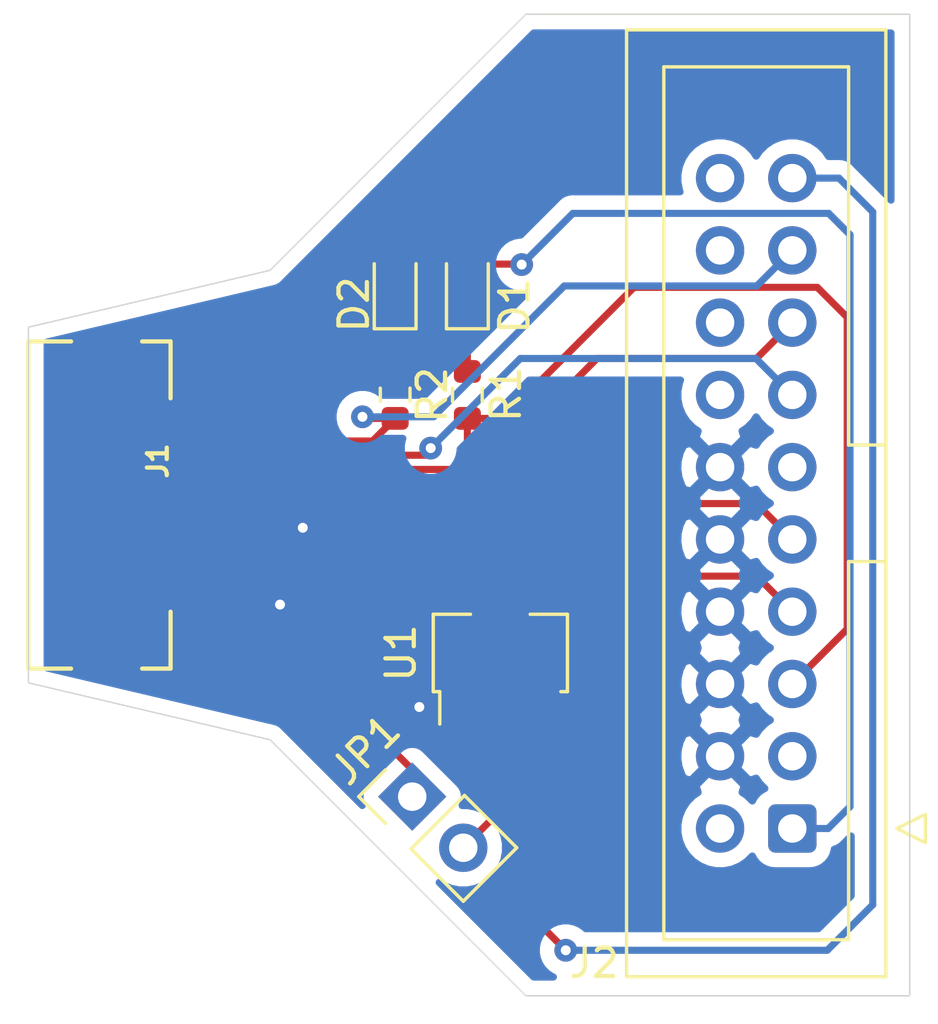
<source format=kicad_pcb>
(kicad_pcb (version 20171130) (host pcbnew "(5.1.10)-1")

  (general
    (thickness 0.2)
    (drawings 9)
    (tracks 84)
    (zones 0)
    (modules 8)
    (nets 14)
  )

  (page A4)
  (layers
    (0 F.Cu signal)
    (31 B.Cu signal)
    (32 B.Adhes user)
    (33 F.Adhes user)
    (34 B.Paste user)
    (35 F.Paste user)
    (36 B.SilkS user)
    (37 F.SilkS user)
    (38 B.Mask user)
    (39 F.Mask user)
    (40 Dwgs.User user)
    (41 Cmts.User user)
    (42 Eco1.User user)
    (43 Eco2.User user)
    (44 Edge.Cuts user)
    (45 Margin user)
    (46 B.CrtYd user hide)
    (47 F.CrtYd user hide)
    (48 B.Fab user hide)
    (49 F.Fab user hide)
  )

  (setup
    (last_trace_width 0.25)
    (user_trace_width 0.25)
    (user_trace_width 0.5)
    (trace_clearance 0.15)
    (zone_clearance 0.508)
    (zone_45_only no)
    (trace_min 0.1524)
    (via_size 0.8)
    (via_drill 0.35)
    (via_min_size 0.35)
    (via_min_drill 0.15)
    (uvia_size 0.25)
    (uvia_drill 0.1)
    (uvias_allowed no)
    (uvia_min_size 0.2)
    (uvia_min_drill 0.1)
    (edge_width 0.25)
    (segment_width 0.1)
    (pcb_text_width 0.2)
    (pcb_text_size 1 1)
    (mod_edge_width 0.15)
    (mod_text_size 0.5 0.5)
    (mod_text_width 0.1)
    (pad_size 1.524 1.524)
    (pad_drill 0.762)
    (pad_to_mask_clearance 0)
    (aux_axis_origin 0 0)
    (visible_elements 7FFFFFFF)
    (pcbplotparams
      (layerselection 0x010fc_ffffffff)
      (usegerberextensions false)
      (usegerberattributes true)
      (usegerberadvancedattributes true)
      (creategerberjobfile true)
      (excludeedgelayer true)
      (linewidth 0.100000)
      (plotframeref false)
      (viasonmask false)
      (mode 1)
      (useauxorigin false)
      (hpglpennumber 1)
      (hpglpenspeed 20)
      (hpglpendiameter 15.000000)
      (psnegative false)
      (psa4output false)
      (plotreference true)
      (plotvalue true)
      (plotinvisibletext false)
      (padsonsilk false)
      (subtractmaskfromsilk false)
      (outputformat 1)
      (mirror false)
      (drillshape 0)
      (scaleselection 1)
      (outputdirectory "Gerbers/"))
  )

  (net 0 "")
  (net 1 VDD)
  (net 2 "Net-(D1-Pad1)")
  (net 3 "Net-(D2-Pad1)")
  (net 4 TXO)
  (net 5 SWO)
  (net 6 RXI)
  (net 7 RESET)
  (net 8 GND)
  (net 9 SWDCLK)
  (net 10 SWDIO)
  (net 11 +BATT)
  (net 12 +5V)
  (net 13 +4V)

  (net_class Default "This is the default net class."
    (clearance 0.15)
    (trace_width 0.25)
    (via_dia 0.8)
    (via_drill 0.35)
    (uvia_dia 0.25)
    (uvia_drill 0.1)
    (add_net +4V)
    (add_net +5V)
    (add_net +BATT)
    (add_net GND)
    (add_net "Net-(D1-Pad1)")
    (add_net "Net-(D2-Pad1)")
    (add_net "Net-(J2-Pad11)")
    (add_net "Net-(J2-Pad14)")
    (add_net "Net-(J2-Pad16)")
    (add_net "Net-(J2-Pad18)")
    (add_net "Net-(J2-Pad2)")
    (add_net "Net-(J2-Pad20)")
    (add_net "Net-(J2-Pad3)")
    (add_net RESET)
    (add_net RXI)
    (add_net SWDCLK)
    (add_net SWDIO)
    (add_net SWO)
    (add_net TXO)
    (add_net VDD)
  )

  (net_class Antenna ""
    (clearance 0.15)
    (trace_width 0.5)
    (via_dia 0.5)
    (via_drill 0.15)
    (uvia_dia 0.25)
    (uvia_drill 0.1)
  )

  (module Package_TO_SOT_SMD:SOT-89-3 (layer F.Cu) (tedit 5C33D6E8) (tstamp 61B0031E)
    (at 145.7 106.6 90)
    (descr "SOT-89-3, http://ww1.microchip.com/downloads/en/DeviceDoc/3L_SOT-89_MB_C04-029C.pdf")
    (tags SOT-89-3)
    (path /61B06836)
    (attr smd)
    (fp_text reference U1 (at 0.3 -3.5 90) (layer F.SilkS)
      (effects (font (size 1 1) (thickness 0.15)))
    )
    (fp_text value ME6209 (at 0.3 3.5 90) (layer F.Fab)
      (effects (font (size 1 1) (thickness 0.15)))
    )
    (fp_text user %R (at 0.5 0) (layer F.Fab)
      (effects (font (size 1 1) (thickness 0.15)))
    )
    (fp_line (start 1.66 1.05) (end 1.66 2.36) (layer F.SilkS) (width 0.12))
    (fp_line (start 1.66 2.36) (end -1.06 2.36) (layer F.SilkS) (width 0.12))
    (fp_line (start -2.2 -2.13) (end -1.06 -2.13) (layer F.SilkS) (width 0.12))
    (fp_line (start 1.66 -2.36) (end 1.66 -1.05) (layer F.SilkS) (width 0.12))
    (fp_line (start -0.95 -1.25) (end 0.05 -2.25) (layer F.Fab) (width 0.1))
    (fp_line (start 1.55 -2.25) (end 1.55 2.25) (layer F.Fab) (width 0.1))
    (fp_line (start 1.55 2.25) (end -0.95 2.25) (layer F.Fab) (width 0.1))
    (fp_line (start -0.95 2.25) (end -0.95 -1.25) (layer F.Fab) (width 0.1))
    (fp_line (start 0.05 -2.25) (end 1.55 -2.25) (layer F.Fab) (width 0.1))
    (fp_line (start 2.55 -2.5) (end 2.55 2.5) (layer F.CrtYd) (width 0.05))
    (fp_line (start 2.55 -2.5) (end -2.55 -2.5) (layer F.CrtYd) (width 0.05))
    (fp_line (start -2.55 2.5) (end 2.55 2.5) (layer F.CrtYd) (width 0.05))
    (fp_line (start -2.55 2.5) (end -2.55 -2.5) (layer F.CrtYd) (width 0.05))
    (fp_line (start -1.06 -2.36) (end 1.66 -2.36) (layer F.SilkS) (width 0.12))
    (fp_line (start -1.06 -2.36) (end -1.06 -2.13) (layer F.SilkS) (width 0.12))
    (fp_line (start -1.06 2.36) (end -1.06 2.13) (layer F.SilkS) (width 0.12))
    (pad 2 smd custom (at -1.5625 0 90) (size 1.475 0.9) (layers F.Cu F.Paste F.Mask)
      (net 13 +4V) (zone_connect 2)
      (options (clearance outline) (anchor rect))
      (primitives
        (gr_poly (pts
           (xy 0.7375 -0.8665) (xy 3.8625 -0.8665) (xy 3.8625 0.8665) (xy 0.7375 0.8665)) (width 0))
      ))
    (pad 3 smd rect (at -1.65 1.5 90) (size 1.3 0.9) (layers F.Cu F.Paste F.Mask)
      (net 12 +5V))
    (pad 1 smd rect (at -1.65 -1.5 90) (size 1.3 0.9) (layers F.Cu F.Paste F.Mask)
      (net 8 GND))
    (model ${KISYS3DMOD}/Package_TO_SOT_SMD.3dshapes/SOT-89-3.wrl
      (at (xyz 0 0 0))
      (scale (xyz 1 1 1))
      (rotate (xyz 0 0 0))
    )
  )

  (module Pixels-dice:JUSHUO_FPC_14 (layer F.Cu) (tedit 60C41A75) (tstamp 60C45963)
    (at 133.25 101.1 270)
    (path /60C48710)
    (attr smd)
    (fp_text reference J1 (at -1.55 -0.4 90) (layer F.SilkS)
      (effects (font (size 0.7 0.7) (thickness 0.15)))
    )
    (fp_text value Conn_01x14_Female (at 2.5 -2 90) (layer F.Fab) hide
      (effects (font (size 0.7 0.7) (thickness 0.15)))
    )
    (fp_line (start -5.75 2.65) (end -5.75 4.15) (layer F.SilkS) (width 0.15))
    (fp_line (start -5.75 4.15) (end 5.75 4.15) (layer F.SilkS) (width 0.15))
    (fp_line (start 5.75 4.15) (end 5.75 2.65) (layer F.SilkS) (width 0.15))
    (fp_line (start -3.75 -0.85) (end -5.75 -0.85) (layer F.SilkS) (width 0.15))
    (fp_line (start -5.75 -0.85) (end -5.75 0.15) (layer F.SilkS) (width 0.15))
    (fp_line (start 3.75 -0.85) (end 4.75 -0.85) (layer F.SilkS) (width 0.15))
    (fp_line (start 4.75 -0.85) (end 5.75 -0.85) (layer F.SilkS) (width 0.15))
    (fp_line (start 5.75 -0.85) (end 5.75 0.15) (layer F.SilkS) (width 0.15))
    (pad 1 smd rect (at -3.25 -1.35 270) (size 0.3 1.3) (layers F.Cu F.Paste F.Mask)
      (net 1 VDD))
    (pad 2 smd rect (at -2.75 -1.35 270) (size 0.3 1.3) (layers F.Cu F.Paste F.Mask)
      (net 1 VDD))
    (pad 3 smd rect (at -2.25 -1.35 270) (size 0.3 1.3) (layers F.Cu F.Paste F.Mask)
      (net 4 TXO))
    (pad 4 smd rect (at -1.75 -1.35 270) (size 0.3 1.3) (layers F.Cu F.Paste F.Mask)
      (net 5 SWO))
    (pad 5 smd rect (at -1.25 -1.35 270) (size 0.3 1.3) (layers F.Cu F.Paste F.Mask)
      (net 6 RXI))
    (pad 6 smd rect (at -0.75 -1.35 270) (size 0.3 1.3) (layers F.Cu F.Paste F.Mask)
      (net 7 RESET))
    (pad 7 smd rect (at -0.25 -1.35 270) (size 0.3 1.3) (layers F.Cu F.Paste F.Mask)
      (net 8 GND))
    (pad 8 smd rect (at 0.25 -1.35 270) (size 0.3 1.3) (layers F.Cu F.Paste F.Mask)
      (net 8 GND))
    (pad 9 smd rect (at 0.75 -1.35 270) (size 0.3 1.3) (layers F.Cu F.Paste F.Mask)
      (net 9 SWDCLK))
    (pad 10 smd rect (at 1.25 -1.35 270) (size 0.3 1.3) (layers F.Cu F.Paste F.Mask)
      (net 10 SWDIO))
    (pad 11 smd rect (at 1.75 -1.35 270) (size 0.3 1.3) (layers F.Cu F.Paste F.Mask)
      (net 8 GND))
    (pad 12 smd rect (at 2.25 -1.35 270) (size 0.3 1.3) (layers F.Cu F.Paste F.Mask)
      (net 8 GND))
    (pad 13 smd rect (at 2.75 -1.35 270) (size 0.3 1.3) (layers F.Cu F.Paste F.Mask)
      (net 11 +BATT))
    (pad 14 smd rect (at 3.25 -1.35 270) (size 0.3 1.3) (layers F.Cu F.Paste F.Mask)
      (net 11 +BATT))
    (pad 15 smd rect (at -4.95 1.35 270) (size 2 1.6) (layers F.Cu F.Paste F.Mask))
    (pad 16 smd rect (at 4.95 1.35 270) (size 2 1.6) (layers F.Cu F.Paste F.Mask))
  )

  (module Connector_IDC:IDC-Header_2x10_P2.54mm_Vertical (layer F.Cu) (tedit 5EAC9A07) (tstamp 60C4598D)
    (at 155.97 112.47 180)
    (descr "Through hole IDC box header, 2x10, 2.54mm pitch, DIN 41651 / IEC 60603-13, double rows, https://docs.google.com/spreadsheets/d/16SsEcesNF15N3Lb4niX7dcUr-NY5_MFPQhobNuNppn4/edit#gid=0")
    (tags "Through hole vertical IDC box header THT 2x10 2.54mm double row")
    (path /60C58B1B)
    (fp_text reference J2 (at 6.97 -4.73) (layer F.SilkS)
      (effects (font (size 1 1) (thickness 0.15)))
    )
    (fp_text value Conn_02x10_Odd_Even (at 1.27 28.96) (layer F.Fab)
      (effects (font (size 1 1) (thickness 0.15)))
    )
    (fp_line (start 6.22 -5.6) (end -3.68 -5.6) (layer F.CrtYd) (width 0.05))
    (fp_line (start 6.22 28.46) (end 6.22 -5.6) (layer F.CrtYd) (width 0.05))
    (fp_line (start -3.68 28.46) (end 6.22 28.46) (layer F.CrtYd) (width 0.05))
    (fp_line (start -3.68 -5.6) (end -3.68 28.46) (layer F.CrtYd) (width 0.05))
    (fp_line (start -4.68 0.5) (end -3.68 0) (layer F.SilkS) (width 0.12))
    (fp_line (start -4.68 -0.5) (end -4.68 0.5) (layer F.SilkS) (width 0.12))
    (fp_line (start -3.68 0) (end -4.68 -0.5) (layer F.SilkS) (width 0.12))
    (fp_line (start -1.98 13.48) (end -3.29 13.48) (layer F.SilkS) (width 0.12))
    (fp_line (start -1.98 13.48) (end -1.98 13.48) (layer F.SilkS) (width 0.12))
    (fp_line (start -1.98 26.77) (end -1.98 13.48) (layer F.SilkS) (width 0.12))
    (fp_line (start 4.52 26.77) (end -1.98 26.77) (layer F.SilkS) (width 0.12))
    (fp_line (start 4.52 -3.91) (end 4.52 26.77) (layer F.SilkS) (width 0.12))
    (fp_line (start -1.98 -3.91) (end 4.52 -3.91) (layer F.SilkS) (width 0.12))
    (fp_line (start -1.98 9.38) (end -1.98 -3.91) (layer F.SilkS) (width 0.12))
    (fp_line (start -3.29 9.38) (end -1.98 9.38) (layer F.SilkS) (width 0.12))
    (fp_line (start -3.29 28.07) (end -3.29 -5.21) (layer F.SilkS) (width 0.12))
    (fp_line (start 5.83 28.07) (end -3.29 28.07) (layer F.SilkS) (width 0.12))
    (fp_line (start 5.83 -5.21) (end 5.83 28.07) (layer F.SilkS) (width 0.12))
    (fp_line (start -3.29 -5.21) (end 5.83 -5.21) (layer F.SilkS) (width 0.12))
    (fp_line (start -1.98 13.48) (end -3.18 13.48) (layer F.Fab) (width 0.1))
    (fp_line (start -1.98 13.48) (end -1.98 13.48) (layer F.Fab) (width 0.1))
    (fp_line (start -1.98 26.77) (end -1.98 13.48) (layer F.Fab) (width 0.1))
    (fp_line (start 4.52 26.77) (end -1.98 26.77) (layer F.Fab) (width 0.1))
    (fp_line (start 4.52 -3.91) (end 4.52 26.77) (layer F.Fab) (width 0.1))
    (fp_line (start -1.98 -3.91) (end 4.52 -3.91) (layer F.Fab) (width 0.1))
    (fp_line (start -1.98 9.38) (end -1.98 -3.91) (layer F.Fab) (width 0.1))
    (fp_line (start -3.18 9.38) (end -1.98 9.38) (layer F.Fab) (width 0.1))
    (fp_line (start -3.18 27.96) (end -3.18 -4.1) (layer F.Fab) (width 0.1))
    (fp_line (start 5.72 27.96) (end -3.18 27.96) (layer F.Fab) (width 0.1))
    (fp_line (start 5.72 -5.1) (end 5.72 27.96) (layer F.Fab) (width 0.1))
    (fp_line (start -2.18 -5.1) (end 5.72 -5.1) (layer F.Fab) (width 0.1))
    (fp_line (start -3.18 -4.1) (end -2.18 -5.1) (layer F.Fab) (width 0.1))
    (fp_text user %R (at 1.27 11.43 90) (layer F.Fab)
      (effects (font (size 1 1) (thickness 0.15)))
    )
    (pad 20 thru_hole circle (at 2.54 22.86 180) (size 1.7 1.7) (drill 1) (layers *.Cu *.Mask))
    (pad 18 thru_hole circle (at 2.54 20.32 180) (size 1.7 1.7) (drill 1) (layers *.Cu *.Mask))
    (pad 16 thru_hole circle (at 2.54 17.78 180) (size 1.7 1.7) (drill 1) (layers *.Cu *.Mask))
    (pad 14 thru_hole circle (at 2.54 15.24 180) (size 1.7 1.7) (drill 1) (layers *.Cu *.Mask))
    (pad 12 thru_hole circle (at 2.54 12.7 180) (size 1.7 1.7) (drill 1) (layers *.Cu *.Mask)
      (net 8 GND))
    (pad 10 thru_hole circle (at 2.54 10.16 180) (size 1.7 1.7) (drill 1) (layers *.Cu *.Mask)
      (net 8 GND))
    (pad 8 thru_hole circle (at 2.54 7.62 180) (size 1.7 1.7) (drill 1) (layers *.Cu *.Mask)
      (net 8 GND))
    (pad 6 thru_hole circle (at 2.54 5.08 180) (size 1.7 1.7) (drill 1) (layers *.Cu *.Mask)
      (net 8 GND))
    (pad 4 thru_hole circle (at 2.54 2.54 180) (size 1.7 1.7) (drill 1) (layers *.Cu *.Mask)
      (net 8 GND))
    (pad 2 thru_hole circle (at 2.54 0 180) (size 1.7 1.7) (drill 1) (layers *.Cu *.Mask))
    (pad 19 thru_hole circle (at 0 22.86 180) (size 1.7 1.7) (drill 1) (layers *.Cu *.Mask)
      (net 12 +5V))
    (pad 17 thru_hole circle (at 0 20.32 180) (size 1.7 1.7) (drill 1) (layers *.Cu *.Mask)
      (net 4 TXO))
    (pad 15 thru_hole circle (at 0 17.78 180) (size 1.7 1.7) (drill 1) (layers *.Cu *.Mask)
      (net 7 RESET))
    (pad 13 thru_hole circle (at 0 15.24 180) (size 1.7 1.7) (drill 1) (layers *.Cu *.Mask)
      (net 5 SWO))
    (pad 11 thru_hole circle (at 0 12.7 180) (size 1.7 1.7) (drill 1) (layers *.Cu *.Mask))
    (pad 9 thru_hole circle (at 0 10.16 180) (size 1.7 1.7) (drill 1) (layers *.Cu *.Mask)
      (net 9 SWDCLK))
    (pad 7 thru_hole circle (at 0 7.62 180) (size 1.7 1.7) (drill 1) (layers *.Cu *.Mask)
      (net 10 SWDIO))
    (pad 5 thru_hole circle (at 0 5.08 180) (size 1.7 1.7) (drill 1) (layers *.Cu *.Mask)
      (net 6 RXI))
    (pad 3 thru_hole circle (at 0 2.54 180) (size 1.7 1.7) (drill 1) (layers *.Cu *.Mask))
    (pad 1 thru_hole roundrect (at 0 0 180) (size 1.7 1.7) (drill 1) (layers *.Cu *.Mask) (roundrect_rratio 0.1470588235294118)
      (net 1 VDD))
    (model ${KISYS3DMOD}/Connector_IDC.3dshapes/IDC-Header_2x10_P2.54mm_Vertical.wrl
      (at (xyz 0 0 0))
      (scale (xyz 1 1 1))
      (rotate (xyz 0 0 0))
    )
  )

  (module Resistor_SMD:R_0603_1608Metric (layer F.Cu) (tedit 5F68FEEE) (tstamp 60C459C5)
    (at 142 97.23 270)
    (descr "Resistor SMD 0603 (1608 Metric), square (rectangular) end terminal, IPC_7351 nominal, (Body size source: IPC-SM-782 page 72, https://www.pcb-3d.com/wordpress/wp-content/uploads/ipc-sm-782a_amendment_1_and_2.pdf), generated with kicad-footprint-generator")
    (tags resistor)
    (path /60C55148)
    (attr smd)
    (fp_text reference R2 (at 0 -1.3 90) (layer F.SilkS)
      (effects (font (size 1 1) (thickness 0.15)))
    )
    (fp_text value 100 (at 0 1.43 90) (layer F.Fab)
      (effects (font (size 1 1) (thickness 0.15)))
    )
    (fp_line (start 1.48 0.73) (end -1.48 0.73) (layer F.CrtYd) (width 0.05))
    (fp_line (start 1.48 -0.73) (end 1.48 0.73) (layer F.CrtYd) (width 0.05))
    (fp_line (start -1.48 -0.73) (end 1.48 -0.73) (layer F.CrtYd) (width 0.05))
    (fp_line (start -1.48 0.73) (end -1.48 -0.73) (layer F.CrtYd) (width 0.05))
    (fp_line (start -0.237258 0.5225) (end 0.237258 0.5225) (layer F.SilkS) (width 0.12))
    (fp_line (start -0.237258 -0.5225) (end 0.237258 -0.5225) (layer F.SilkS) (width 0.12))
    (fp_line (start 0.8 0.4125) (end -0.8 0.4125) (layer F.Fab) (width 0.1))
    (fp_line (start 0.8 -0.4125) (end 0.8 0.4125) (layer F.Fab) (width 0.1))
    (fp_line (start -0.8 -0.4125) (end 0.8 -0.4125) (layer F.Fab) (width 0.1))
    (fp_line (start -0.8 0.4125) (end -0.8 -0.4125) (layer F.Fab) (width 0.1))
    (fp_text user %R (at 0 0 90) (layer F.Fab)
      (effects (font (size 0.4 0.4) (thickness 0.06)))
    )
    (pad 2 smd roundrect (at 0.825 0 270) (size 0.8 0.95) (layers F.Cu F.Paste F.Mask) (roundrect_rratio 0.25)
      (net 4 TXO))
    (pad 1 smd roundrect (at -0.825 0 270) (size 0.8 0.95) (layers F.Cu F.Paste F.Mask) (roundrect_rratio 0.25)
      (net 3 "Net-(D2-Pad1)"))
    (model ${KISYS3DMOD}/Resistor_SMD.3dshapes/R_0603_1608Metric.wrl
      (at (xyz 0 0 0))
      (scale (xyz 1 1 1))
      (rotate (xyz 0 0 0))
    )
  )

  (module Resistor_SMD:R_0603_1608Metric (layer F.Cu) (tedit 5F68FEEE) (tstamp 60C459B4)
    (at 144.54 97.23 270)
    (descr "Resistor SMD 0603 (1608 Metric), square (rectangular) end terminal, IPC_7351 nominal, (Body size source: IPC-SM-782 page 72, https://www.pcb-3d.com/wordpress/wp-content/uploads/ipc-sm-782a_amendment_1_and_2.pdf), generated with kicad-footprint-generator")
    (tags resistor)
    (path /60C54AFA)
    (attr smd)
    (fp_text reference R1 (at -0.03 -1.36 90) (layer F.SilkS)
      (effects (font (size 1 1) (thickness 0.15)))
    )
    (fp_text value 100 (at 0 1.43 90) (layer F.Fab)
      (effects (font (size 1 1) (thickness 0.15)))
    )
    (fp_line (start 1.48 0.73) (end -1.48 0.73) (layer F.CrtYd) (width 0.05))
    (fp_line (start 1.48 -0.73) (end 1.48 0.73) (layer F.CrtYd) (width 0.05))
    (fp_line (start -1.48 -0.73) (end 1.48 -0.73) (layer F.CrtYd) (width 0.05))
    (fp_line (start -1.48 0.73) (end -1.48 -0.73) (layer F.CrtYd) (width 0.05))
    (fp_line (start -0.237258 0.5225) (end 0.237258 0.5225) (layer F.SilkS) (width 0.12))
    (fp_line (start -0.237258 -0.5225) (end 0.237258 -0.5225) (layer F.SilkS) (width 0.12))
    (fp_line (start 0.8 0.4125) (end -0.8 0.4125) (layer F.Fab) (width 0.1))
    (fp_line (start 0.8 -0.4125) (end 0.8 0.4125) (layer F.Fab) (width 0.1))
    (fp_line (start -0.8 -0.4125) (end 0.8 -0.4125) (layer F.Fab) (width 0.1))
    (fp_line (start -0.8 0.4125) (end -0.8 -0.4125) (layer F.Fab) (width 0.1))
    (fp_text user %R (at 0 0 90) (layer F.Fab)
      (effects (font (size 0.4 0.4) (thickness 0.06)))
    )
    (pad 2 smd roundrect (at 0.825 0 270) (size 0.8 0.95) (layers F.Cu F.Paste F.Mask) (roundrect_rratio 0.25)
      (net 6 RXI))
    (pad 1 smd roundrect (at -0.825 0 270) (size 0.8 0.95) (layers F.Cu F.Paste F.Mask) (roundrect_rratio 0.25)
      (net 2 "Net-(D1-Pad1)"))
    (model ${KISYS3DMOD}/Resistor_SMD.3dshapes/R_0603_1608Metric.wrl
      (at (xyz 0 0 0))
      (scale (xyz 1 1 1))
      (rotate (xyz 0 0 0))
    )
  )

  (module Connector_PinHeader_2.54mm:PinHeader_1x02_P2.54mm_Vertical (layer F.Cu) (tedit 59FED5CC) (tstamp 60C45DFE)
    (at 142.6 111.35 45)
    (descr "Through hole straight pin header, 1x02, 2.54mm pitch, single row")
    (tags "Through hole pin header THT 1x02 2.54mm single row")
    (path /60C79A3D)
    (fp_text reference JP1 (at 0 -2.33 45) (layer F.SilkS)
      (effects (font (size 1 1) (thickness 0.15)))
    )
    (fp_text value Jumper (at 0 4.87 45) (layer F.Fab)
      (effects (font (size 1 1) (thickness 0.15)))
    )
    (fp_line (start 1.8 -1.8) (end -1.8 -1.8) (layer F.CrtYd) (width 0.05))
    (fp_line (start 1.8 4.35) (end 1.8 -1.8) (layer F.CrtYd) (width 0.05))
    (fp_line (start -1.8 4.35) (end 1.8 4.35) (layer F.CrtYd) (width 0.05))
    (fp_line (start -1.8 -1.8) (end -1.8 4.35) (layer F.CrtYd) (width 0.05))
    (fp_line (start -1.33 -1.33) (end 0 -1.33) (layer F.SilkS) (width 0.12))
    (fp_line (start -1.33 0) (end -1.33 -1.33) (layer F.SilkS) (width 0.12))
    (fp_line (start -1.33 1.27) (end 1.33 1.27) (layer F.SilkS) (width 0.12))
    (fp_line (start 1.33 1.27) (end 1.33 3.87) (layer F.SilkS) (width 0.12))
    (fp_line (start -1.33 1.27) (end -1.33 3.87) (layer F.SilkS) (width 0.12))
    (fp_line (start -1.33 3.87) (end 1.33 3.87) (layer F.SilkS) (width 0.12))
    (fp_line (start -1.27 -0.635) (end -0.635 -1.27) (layer F.Fab) (width 0.1))
    (fp_line (start -1.27 3.81) (end -1.27 -0.635) (layer F.Fab) (width 0.1))
    (fp_line (start 1.27 3.81) (end -1.27 3.81) (layer F.Fab) (width 0.1))
    (fp_line (start 1.27 -1.27) (end 1.27 3.81) (layer F.Fab) (width 0.1))
    (fp_line (start -0.635 -1.27) (end 1.27 -1.27) (layer F.Fab) (width 0.1))
    (fp_text user %R (at 0 1.27 135) (layer F.Fab)
      (effects (font (size 1 1) (thickness 0.15)))
    )
    (pad 2 thru_hole oval (at 0 2.54 45) (size 1.7 1.7) (drill 1) (layers *.Cu *.Mask)
      (net 13 +4V))
    (pad 1 thru_hole rect (at 0 0 45) (size 1.7 1.7) (drill 1) (layers *.Cu *.Mask)
      (net 11 +BATT))
    (model ${KISYS3DMOD}/Connector_PinHeader_2.54mm.3dshapes/PinHeader_1x02_P2.54mm_Vertical.wrl
      (at (xyz 0 0 0))
      (scale (xyz 1 1 1))
      (rotate (xyz 0 0 0))
    )
  )

  (module Diode_SMD:D_0603_1608Metric (layer F.Cu) (tedit 5F68FEF0) (tstamp 60C45947)
    (at 142 93.42 90)
    (descr "Diode SMD 0603 (1608 Metric), square (rectangular) end terminal, IPC_7351 nominal, (Body size source: http://www.tortai-tech.com/upload/download/2011102023233369053.pdf), generated with kicad-footprint-generator")
    (tags diode)
    (path /60C54117)
    (attr smd)
    (fp_text reference D2 (at -0.63 -1.45 90) (layer F.SilkS)
      (effects (font (size 1 1) (thickness 0.15)))
    )
    (fp_text value LED (at 0 1.43 90) (layer F.Fab)
      (effects (font (size 1 1) (thickness 0.15)))
    )
    (fp_line (start 1.48 0.73) (end -1.48 0.73) (layer F.CrtYd) (width 0.05))
    (fp_line (start 1.48 -0.73) (end 1.48 0.73) (layer F.CrtYd) (width 0.05))
    (fp_line (start -1.48 -0.73) (end 1.48 -0.73) (layer F.CrtYd) (width 0.05))
    (fp_line (start -1.48 0.73) (end -1.48 -0.73) (layer F.CrtYd) (width 0.05))
    (fp_line (start -1.485 0.735) (end 0.8 0.735) (layer F.SilkS) (width 0.12))
    (fp_line (start -1.485 -0.735) (end -1.485 0.735) (layer F.SilkS) (width 0.12))
    (fp_line (start 0.8 -0.735) (end -1.485 -0.735) (layer F.SilkS) (width 0.12))
    (fp_line (start 0.8 0.4) (end 0.8 -0.4) (layer F.Fab) (width 0.1))
    (fp_line (start -0.8 0.4) (end 0.8 0.4) (layer F.Fab) (width 0.1))
    (fp_line (start -0.8 -0.1) (end -0.8 0.4) (layer F.Fab) (width 0.1))
    (fp_line (start -0.5 -0.4) (end -0.8 -0.1) (layer F.Fab) (width 0.1))
    (fp_line (start 0.8 -0.4) (end -0.5 -0.4) (layer F.Fab) (width 0.1))
    (fp_text user %R (at 0 0 90) (layer F.Fab)
      (effects (font (size 0.4 0.4) (thickness 0.06)))
    )
    (pad 2 smd roundrect (at 0.7875 0 90) (size 0.875 0.95) (layers F.Cu F.Paste F.Mask) (roundrect_rratio 0.25)
      (net 1 VDD))
    (pad 1 smd roundrect (at -0.7875 0 90) (size 0.875 0.95) (layers F.Cu F.Paste F.Mask) (roundrect_rratio 0.25)
      (net 3 "Net-(D2-Pad1)"))
    (model ${KISYS3DMOD}/Diode_SMD.3dshapes/D_0603_1608Metric.wrl
      (at (xyz 0 0 0))
      (scale (xyz 1 1 1))
      (rotate (xyz 0 0 0))
    )
  )

  (module Diode_SMD:D_0603_1608Metric (layer F.Cu) (tedit 5F68FEF0) (tstamp 60C45934)
    (at 144.54 93.42 90)
    (descr "Diode SMD 0603 (1608 Metric), square (rectangular) end terminal, IPC_7351 nominal, (Body size source: http://www.tortai-tech.com/upload/download/2011102023233369053.pdf), generated with kicad-footprint-generator")
    (tags diode)
    (path /60C53E7E)
    (attr smd)
    (fp_text reference D1 (at -0.68 1.66 90) (layer F.SilkS)
      (effects (font (size 1 1) (thickness 0.15)))
    )
    (fp_text value LED (at 0 1.43 90) (layer F.Fab)
      (effects (font (size 1 1) (thickness 0.15)))
    )
    (fp_line (start 1.48 0.73) (end -1.48 0.73) (layer F.CrtYd) (width 0.05))
    (fp_line (start 1.48 -0.73) (end 1.48 0.73) (layer F.CrtYd) (width 0.05))
    (fp_line (start -1.48 -0.73) (end 1.48 -0.73) (layer F.CrtYd) (width 0.05))
    (fp_line (start -1.48 0.73) (end -1.48 -0.73) (layer F.CrtYd) (width 0.05))
    (fp_line (start -1.485 0.735) (end 0.8 0.735) (layer F.SilkS) (width 0.12))
    (fp_line (start -1.485 -0.735) (end -1.485 0.735) (layer F.SilkS) (width 0.12))
    (fp_line (start 0.8 -0.735) (end -1.485 -0.735) (layer F.SilkS) (width 0.12))
    (fp_line (start 0.8 0.4) (end 0.8 -0.4) (layer F.Fab) (width 0.1))
    (fp_line (start -0.8 0.4) (end 0.8 0.4) (layer F.Fab) (width 0.1))
    (fp_line (start -0.8 -0.1) (end -0.8 0.4) (layer F.Fab) (width 0.1))
    (fp_line (start -0.5 -0.4) (end -0.8 -0.1) (layer F.Fab) (width 0.1))
    (fp_line (start 0.8 -0.4) (end -0.5 -0.4) (layer F.Fab) (width 0.1))
    (fp_text user %R (at 0 0 90) (layer F.Fab)
      (effects (font (size 0.4 0.4) (thickness 0.06)))
    )
    (pad 2 smd roundrect (at 0.7875 0 90) (size 0.875 0.95) (layers F.Cu F.Paste F.Mask) (roundrect_rratio 0.25)
      (net 1 VDD))
    (pad 1 smd roundrect (at -0.7875 0 90) (size 0.875 0.95) (layers F.Cu F.Paste F.Mask) (roundrect_rratio 0.25)
      (net 2 "Net-(D1-Pad1)"))
    (model ${KISYS3DMOD}/Diode_SMD.3dshapes/D_0603_1608Metric.wrl
      (at (xyz 0 0 0))
      (scale (xyz 1 1 1))
      (rotate (xyz 0 0 0))
    )
  )

  (gr_line (start 146.6 118.35) (end 160.1 118.35) (layer Edge.Cuts) (width 0.05) (tstamp 60C46B29))
  (gr_line (start 137.6 109.35) (end 146.6 118.35) (layer Edge.Cuts) (width 0.05))
  (gr_line (start 146.6 83.85) (end 160.1 83.85) (layer Edge.Cuts) (width 0.05) (tstamp 60C46B28))
  (gr_line (start 137.6 92.85) (end 146.6 83.85) (layer Edge.Cuts) (width 0.05))
  (gr_line (start 129.1 107.35) (end 137.6 109.35) (layer Edge.Cuts) (width 0.05) (tstamp 60C46B27))
  (gr_line (start 129.1 96.35) (end 129.1 107.35) (layer Edge.Cuts) (width 0.05))
  (gr_line (start 129.1 96.35) (end 129.1 94.85) (layer Edge.Cuts) (width 0.05))
  (gr_line (start 129.1 94.85) (end 137.6 92.85) (layer Edge.Cuts) (width 0.05))
  (gr_line (start 160.1 118.35) (end 160.1 83.85) (layer Edge.Cuts) (width 0.05))

  (segment (start 134.6 97.85) (end 136.2 97.85) (width 0.25) (layer F.Cu) (net 1))
  (segment (start 141.4175 92.6325) (end 142 92.6325) (width 0.25) (layer F.Cu) (net 1))
  (segment (start 136.2 97.85) (end 141.4175 92.6325) (width 0.25) (layer F.Cu) (net 1))
  (segment (start 142 92.6325) (end 144.54 92.6325) (width 0.25) (layer F.Cu) (net 1))
  (segment (start 135.7 98.35) (end 136.2 97.85) (width 0.25) (layer F.Cu) (net 1))
  (segment (start 134.6 98.35) (end 135.7 98.35) (width 0.25) (layer F.Cu) (net 1))
  (segment (start 155.97 112.47) (end 157.23 112.47) (width 0.25) (layer B.Cu) (net 1))
  (segment (start 157.23 112.47) (end 158 111.7) (width 0.25) (layer B.Cu) (net 1))
  (segment (start 158 111.7) (end 158 91.6) (width 0.25) (layer B.Cu) (net 1))
  (segment (start 158 91.6) (end 157.25 90.85) (width 0.25) (layer B.Cu) (net 1))
  (via (at 146.45 92.65) (size 0.8) (drill 0.35) (layers F.Cu B.Cu) (net 1))
  (segment (start 148.25 90.85) (end 146.45 92.65) (width 0.25) (layer B.Cu) (net 1))
  (segment (start 157.25 90.85) (end 148.25 90.85) (width 0.25) (layer B.Cu) (net 1))
  (segment (start 146.4325 92.6325) (end 146.45 92.65) (width 0.25) (layer F.Cu) (net 1))
  (segment (start 144.54 92.6325) (end 146.4325 92.6325) (width 0.25) (layer F.Cu) (net 1))
  (segment (start 144.54 94.2075) (end 144.54 96.405) (width 0.25) (layer F.Cu) (net 2))
  (segment (start 142 94.2075) (end 142 96.405) (width 0.25) (layer F.Cu) (net 3))
  (segment (start 141.205 98.85) (end 142 98.055) (width 0.25) (layer F.Cu) (net 4))
  (segment (start 134.6 98.85) (end 141.205 98.85) (width 0.25) (layer F.Cu) (net 4))
  (via (at 140.85 98) (size 0.8) (drill 0.35) (layers F.Cu B.Cu) (net 4))
  (segment (start 140.905 98.055) (end 142 98.055) (width 0.25) (layer F.Cu) (net 4))
  (segment (start 140.85 98) (end 140.905 98.055) (width 0.25) (layer F.Cu) (net 4))
  (segment (start 154.72 93.4) (end 155.97 92.15) (width 0.25) (layer B.Cu) (net 4))
  (segment (start 147.95 93.4) (end 154.72 93.4) (width 0.25) (layer B.Cu) (net 4))
  (segment (start 143.35 98) (end 147.95 93.4) (width 0.25) (layer B.Cu) (net 4))
  (segment (start 140.85 98) (end 143.35 98) (width 0.25) (layer B.Cu) (net 4))
  (segment (start 143.15 99.35) (end 134.6 99.35) (width 0.25) (layer F.Cu) (net 5))
  (segment (start 143.3 99.35) (end 143.15 99.35) (width 0.25) (layer F.Cu) (net 5))
  (segment (start 143.25 98.95) (end 143.3 99.35) (width 0.25) (layer F.Cu) (net 5))
  (via (at 143.25 99.1) (size 0.8) (drill 0.35) (layers F.Cu B.Cu) (net 5))
  (segment (start 154.69 95.95) (end 155.97 97.23) (width 0.25) (layer B.Cu) (net 5))
  (segment (start 146.4 95.95) (end 154.69 95.95) (width 0.25) (layer B.Cu) (net 5))
  (segment (start 143.25 99.1) (end 146.4 95.95) (width 0.25) (layer B.Cu) (net 5))
  (segment (start 134.6 99.85) (end 144.1 99.85) (width 0.25) (layer F.Cu) (net 6))
  (segment (start 144.54 99.41) (end 144.1 99.85) (width 0.25) (layer F.Cu) (net 6))
  (segment (start 144.54 98.055) (end 144.54 99.41) (width 0.25) (layer F.Cu) (net 6))
  (segment (start 144.54 98.055) (end 145.795 98.055) (width 0.25) (layer F.Cu) (net 6))
  (segment (start 145.795 98.055) (end 150.4 93.45) (width 0.25) (layer F.Cu) (net 6))
  (segment (start 150.4 93.45) (end 156.85 93.45) (width 0.25) (layer F.Cu) (net 6))
  (segment (start 156.85 93.45) (end 157.9 94.5) (width 0.25) (layer F.Cu) (net 6))
  (segment (start 157.9 105.46) (end 155.97 107.39) (width 0.25) (layer F.Cu) (net 6))
  (segment (start 157.9 94.5) (end 157.9 105.46) (width 0.25) (layer F.Cu) (net 6))
  (segment (start 134.6 100.35) (end 144.7 100.35) (width 0.25) (layer F.Cu) (net 7))
  (segment (start 144.7 100.35) (end 149.1 95.95) (width 0.25) (layer F.Cu) (net 7))
  (segment (start 154.71 95.95) (end 155.97 94.69) (width 0.25) (layer F.Cu) (net 7))
  (segment (start 149.1 95.95) (end 154.71 95.95) (width 0.25) (layer F.Cu) (net 7))
  (segment (start 134.6 103.35) (end 136.7 103.35) (width 0.25) (layer F.Cu) (net 8))
  (via (at 137.95 104.6) (size 0.8) (drill 0.35) (layers F.Cu B.Cu) (net 8))
  (segment (start 136.7 103.35) (end 137.95 104.6) (width 0.25) (layer F.Cu) (net 8))
  (segment (start 136.2 102.85) (end 136.7 103.35) (width 0.25) (layer F.Cu) (net 8))
  (segment (start 134.6 102.85) (end 136.2 102.85) (width 0.25) (layer F.Cu) (net 8))
  (via (at 138.75 101.9) (size 0.8) (drill 0.35) (layers F.Cu B.Cu) (net 8))
  (segment (start 138.2 101.35) (end 138.75 101.9) (width 0.25) (layer F.Cu) (net 8))
  (segment (start 134.6 101.35) (end 138.2 101.35) (width 0.25) (layer F.Cu) (net 8))
  (segment (start 137.7 100.85) (end 138.2 101.35) (width 0.25) (layer F.Cu) (net 8))
  (segment (start 134.6 100.85) (end 137.7 100.85) (width 0.25) (layer F.Cu) (net 8))
  (via (at 142.85 108.2) (size 0.8) (drill 0.35) (layers F.Cu B.Cu) (net 8))
  (segment (start 142.9 108.25) (end 142.85 108.2) (width 0.25) (layer F.Cu) (net 8))
  (segment (start 144.2 108.25) (end 142.9 108.25) (width 0.25) (layer F.Cu) (net 8))
  (segment (start 134.6 101.85) (end 137.35 101.85) (width 0.25) (layer F.Cu) (net 9))
  (segment (start 155.97 102.31) (end 154.71 101.05) (width 0.25) (layer F.Cu) (net 9))
  (segment (start 154.71 101.05) (end 142.2 101.05) (width 0.25) (layer F.Cu) (net 9))
  (segment (start 140.525 102.725) (end 138.225 102.725) (width 0.25) (layer F.Cu) (net 9))
  (segment (start 142.2 101.05) (end 140.525 102.725) (width 0.25) (layer F.Cu) (net 9))
  (segment (start 137.35 101.85) (end 138.225 102.725) (width 0.25) (layer F.Cu) (net 9))
  (segment (start 136.9 102.35) (end 134.6 102.35) (width 0.25) (layer F.Cu) (net 10))
  (segment (start 154.72 103.6) (end 138.15 103.6) (width 0.25) (layer F.Cu) (net 10))
  (segment (start 138.15 103.6) (end 136.9 102.35) (width 0.25) (layer F.Cu) (net 10))
  (segment (start 155.97 104.85) (end 154.72 103.6) (width 0.25) (layer F.Cu) (net 10))
  (segment (start 134.6 104.35) (end 136.55 104.35) (width 0.25) (layer F.Cu) (net 11))
  (segment (start 142.6 110.4) (end 142.6 111.35) (width 0.25) (layer F.Cu) (net 11))
  (segment (start 136.55 104.35) (end 142.6 110.4) (width 0.25) (layer F.Cu) (net 11))
  (segment (start 136.05 103.85) (end 136.55 104.35) (width 0.25) (layer F.Cu) (net 11))
  (segment (start 134.6 103.85) (end 136.05 103.85) (width 0.25) (layer F.Cu) (net 11))
  (segment (start 155.97 89.61) (end 157.61 89.61) (width 0.25) (layer B.Cu) (net 12))
  (segment (start 157.61 89.61) (end 158.8 90.8) (width 0.25) (layer B.Cu) (net 12))
  (segment (start 158.8 90.8) (end 158.8 115.15) (width 0.25) (layer B.Cu) (net 12))
  (segment (start 158.8 115.15) (end 157.2 116.75) (width 0.25) (layer B.Cu) (net 12))
  (segment (start 148 116.75) (end 157.2 116.75) (width 0.25) (layer B.Cu) (net 12))
  (via (at 148 116.75) (size 0.8) (drill 0.35) (layers F.Cu B.Cu) (net 12))
  (segment (start 147.2 115.95) (end 147.2 108.25) (width 0.25) (layer F.Cu) (net 12))
  (segment (start 148 116.75) (end 147.2 115.95) (width 0.25) (layer F.Cu) (net 12))
  (segment (start 145.7 111.842102) (end 144.396051 113.146051) (width 0.25) (layer F.Cu) (net 13))
  (segment (start 145.7 108.1625) (end 145.7 111.842102) (width 0.25) (layer F.Cu) (net 13))

  (zone (net 8) (net_name GND) (layer B.Cu) (tstamp 60C472D6) (hatch edge 0.508)
    (connect_pads (clearance 0.508))
    (min_thickness 0.254)
    (fill yes (arc_segments 32) (thermal_gap 0.508) (thermal_bridge_width 0.508))
    (polygon
      (pts
        (xy 161.1 119.35) (xy 146.1 119.35) (xy 137.1 110.35) (xy 128.1 108.35) (xy 128.1 94.35)
        (xy 137.1 92.35) (xy 146.1 83.35) (xy 161.1 83.35)
      )
    )
    (filled_polygon
      (pts
        (xy 159.440001 90.385127) (xy 159.434974 90.375723) (xy 159.363799 90.288997) (xy 159.340001 90.259999) (xy 159.311004 90.236202)
        (xy 158.173804 89.099003) (xy 158.150001 89.069999) (xy 158.034276 88.975026) (xy 157.902247 88.904454) (xy 157.758986 88.860997)
        (xy 157.647333 88.85) (xy 157.647322 88.85) (xy 157.61 88.846324) (xy 157.572678 88.85) (xy 157.248178 88.85)
        (xy 157.123475 88.663368) (xy 156.916632 88.456525) (xy 156.673411 88.29401) (xy 156.403158 88.182068) (xy 156.11626 88.125)
        (xy 155.82374 88.125) (xy 155.536842 88.182068) (xy 155.266589 88.29401) (xy 155.023368 88.456525) (xy 154.816525 88.663368)
        (xy 154.7 88.83776) (xy 154.583475 88.663368) (xy 154.376632 88.456525) (xy 154.133411 88.29401) (xy 153.863158 88.182068)
        (xy 153.57626 88.125) (xy 153.28374 88.125) (xy 152.996842 88.182068) (xy 152.726589 88.29401) (xy 152.483368 88.456525)
        (xy 152.276525 88.663368) (xy 152.11401 88.906589) (xy 152.002068 89.176842) (xy 151.945 89.46374) (xy 151.945 89.75626)
        (xy 152.002068 90.043158) (xy 152.021471 90.09) (xy 148.287322 90.09) (xy 148.249999 90.086324) (xy 148.212676 90.09)
        (xy 148.212667 90.09) (xy 148.101014 90.100997) (xy 147.957753 90.144454) (xy 147.825724 90.215026) (xy 147.825722 90.215027)
        (xy 147.825723 90.215027) (xy 147.738996 90.286201) (xy 147.738992 90.286205) (xy 147.709999 90.309999) (xy 147.686205 90.338992)
        (xy 146.410198 91.615) (xy 146.348061 91.615) (xy 146.148102 91.654774) (xy 145.959744 91.732795) (xy 145.790226 91.846063)
        (xy 145.646063 91.990226) (xy 145.532795 92.159744) (xy 145.454774 92.348102) (xy 145.415 92.548061) (xy 145.415 92.751939)
        (xy 145.454774 92.951898) (xy 145.532795 93.140256) (xy 145.646063 93.309774) (xy 145.790226 93.453937) (xy 145.959744 93.567205)
        (xy 146.148102 93.645226) (xy 146.348061 93.685) (xy 146.551939 93.685) (xy 146.599697 93.6755) (xy 143.035199 97.24)
        (xy 141.553711 97.24) (xy 141.509774 97.196063) (xy 141.340256 97.082795) (xy 141.151898 97.004774) (xy 140.951939 96.965)
        (xy 140.748061 96.965) (xy 140.548102 97.004774) (xy 140.359744 97.082795) (xy 140.190226 97.196063) (xy 140.046063 97.340226)
        (xy 139.932795 97.509744) (xy 139.854774 97.698102) (xy 139.815 97.898061) (xy 139.815 98.101939) (xy 139.854774 98.301898)
        (xy 139.932795 98.490256) (xy 140.046063 98.659774) (xy 140.190226 98.803937) (xy 140.359744 98.917205) (xy 140.548102 98.995226)
        (xy 140.748061 99.035) (xy 140.951939 99.035) (xy 141.151898 98.995226) (xy 141.340256 98.917205) (xy 141.509774 98.803937)
        (xy 141.553711 98.76) (xy 142.270556 98.76) (xy 142.254774 98.798102) (xy 142.215 98.998061) (xy 142.215 99.201939)
        (xy 142.254774 99.401898) (xy 142.332795 99.590256) (xy 142.446063 99.759774) (xy 142.590226 99.903937) (xy 142.759744 100.017205)
        (xy 142.948102 100.095226) (xy 143.148061 100.135) (xy 143.351939 100.135) (xy 143.551898 100.095226) (xy 143.740256 100.017205)
        (xy 143.909774 99.903937) (xy 143.97518 99.838531) (xy 151.939389 99.838531) (xy 151.981401 100.128019) (xy 152.079081 100.403747)
        (xy 152.152528 100.541157) (xy 152.401603 100.618792) (xy 153.250395 99.77) (xy 152.401603 98.921208) (xy 152.152528 98.998843)
        (xy 152.026629 99.262883) (xy 151.954661 99.546411) (xy 151.939389 99.838531) (xy 143.97518 99.838531) (xy 144.053937 99.759774)
        (xy 144.167205 99.590256) (xy 144.245226 99.401898) (xy 144.285 99.201939) (xy 144.285 99.139801) (xy 146.714802 96.71)
        (xy 152.038039 96.71) (xy 152.002068 96.796842) (xy 151.945 97.08374) (xy 151.945 97.37626) (xy 152.002068 97.663158)
        (xy 152.11401 97.933411) (xy 152.276525 98.176632) (xy 152.483368 98.383475) (xy 152.656729 98.499311) (xy 152.581208 98.741603)
        (xy 153.43 99.590395) (xy 154.278792 98.741603) (xy 154.203271 98.499311) (xy 154.376632 98.383475) (xy 154.583475 98.176632)
        (xy 154.7 98.00224) (xy 154.816525 98.176632) (xy 155.023368 98.383475) (xy 155.19776 98.5) (xy 155.023368 98.616525)
        (xy 154.816525 98.823368) (xy 154.700689 98.996729) (xy 154.458397 98.921208) (xy 153.609605 99.77) (xy 154.458397 100.618792)
        (xy 154.700689 100.543271) (xy 154.816525 100.716632) (xy 155.023368 100.923475) (xy 155.19776 101.04) (xy 155.023368 101.156525)
        (xy 154.816525 101.363368) (xy 154.700689 101.536729) (xy 154.458397 101.461208) (xy 153.609605 102.31) (xy 154.458397 103.158792)
        (xy 154.700689 103.083271) (xy 154.816525 103.256632) (xy 155.023368 103.463475) (xy 155.19776 103.58) (xy 155.023368 103.696525)
        (xy 154.816525 103.903368) (xy 154.700689 104.076729) (xy 154.458397 104.001208) (xy 153.609605 104.85) (xy 154.458397 105.698792)
        (xy 154.700689 105.623271) (xy 154.816525 105.796632) (xy 155.023368 106.003475) (xy 155.19776 106.12) (xy 155.023368 106.236525)
        (xy 154.816525 106.443368) (xy 154.700689 106.616729) (xy 154.458397 106.541208) (xy 153.609605 107.39) (xy 154.458397 108.238792)
        (xy 154.700689 108.163271) (xy 154.816525 108.336632) (xy 155.023368 108.543475) (xy 155.19776 108.66) (xy 155.023368 108.776525)
        (xy 154.816525 108.983368) (xy 154.700689 109.156729) (xy 154.458397 109.081208) (xy 153.609605 109.93) (xy 154.458397 110.778792)
        (xy 154.700689 110.703271) (xy 154.816525 110.876632) (xy 155.003608 111.063715) (xy 154.876614 111.131595) (xy 154.742038 111.242038)
        (xy 154.631595 111.376614) (xy 154.563715 111.503608) (xy 154.376632 111.316525) (xy 154.203271 111.200689) (xy 154.278792 110.958397)
        (xy 153.43 110.109605) (xy 152.581208 110.958397) (xy 152.656729 111.200689) (xy 152.483368 111.316525) (xy 152.276525 111.523368)
        (xy 152.11401 111.766589) (xy 152.002068 112.036842) (xy 151.945 112.32374) (xy 151.945 112.61626) (xy 152.002068 112.903158)
        (xy 152.11401 113.173411) (xy 152.276525 113.416632) (xy 152.483368 113.623475) (xy 152.726589 113.78599) (xy 152.996842 113.897932)
        (xy 153.28374 113.955) (xy 153.57626 113.955) (xy 153.863158 113.897932) (xy 154.133411 113.78599) (xy 154.376632 113.623475)
        (xy 154.563715 113.436392) (xy 154.631595 113.563386) (xy 154.742038 113.697962) (xy 154.876614 113.808405) (xy 155.03015 113.890472)
        (xy 155.196746 113.941008) (xy 155.37 113.958072) (xy 156.57 113.958072) (xy 156.743254 113.941008) (xy 156.90985 113.890472)
        (xy 157.063386 113.808405) (xy 157.197962 113.697962) (xy 157.308405 113.563386) (xy 157.390472 113.40985) (xy 157.441008 113.243254)
        (xy 157.44538 113.198863) (xy 157.522247 113.175546) (xy 157.654276 113.104974) (xy 157.770001 113.010001) (xy 157.793803 112.980998)
        (xy 158.040001 112.734801) (xy 158.040001 114.835197) (xy 156.885199 115.99) (xy 148.703711 115.99) (xy 148.659774 115.946063)
        (xy 148.490256 115.832795) (xy 148.301898 115.754774) (xy 148.101939 115.715) (xy 147.898061 115.715) (xy 147.698102 115.754774)
        (xy 147.509744 115.832795) (xy 147.340226 115.946063) (xy 147.196063 116.090226) (xy 147.082795 116.259744) (xy 147.004774 116.448102)
        (xy 146.965 116.648061) (xy 146.965 116.851939) (xy 147.004774 117.051898) (xy 147.082795 117.240256) (xy 147.196063 117.409774)
        (xy 147.340226 117.553937) (xy 147.509744 117.667205) (xy 147.564776 117.69) (xy 146.873381 117.69) (xy 143.550339 114.366959)
        (xy 143.69264 114.462041) (xy 143.962893 114.573983) (xy 144.249791 114.631051) (xy 144.542311 114.631051) (xy 144.829209 114.573983)
        (xy 145.099462 114.462041) (xy 145.342683 114.299526) (xy 145.549526 114.092683) (xy 145.712041 113.849462) (xy 145.823983 113.579209)
        (xy 145.881051 113.292311) (xy 145.881051 112.999791) (xy 145.823983 112.712893) (xy 145.712041 112.44264) (xy 145.549526 112.199419)
        (xy 145.342683 111.992576) (xy 145.099462 111.830061) (xy 144.829209 111.718119) (xy 144.542311 111.661051) (xy 144.35584 111.661051)
        (xy 144.391584 111.59418) (xy 144.427894 111.474482) (xy 144.440154 111.35) (xy 144.427894 111.225518) (xy 144.391584 111.10582)
        (xy 144.332619 110.995506) (xy 144.253267 110.898815) (xy 143.352983 109.998531) (xy 151.939389 109.998531) (xy 151.981401 110.288019)
        (xy 152.079081 110.563747) (xy 152.152528 110.701157) (xy 152.401603 110.778792) (xy 153.250395 109.93) (xy 152.401603 109.081208)
        (xy 152.152528 109.158843) (xy 152.026629 109.422883) (xy 151.954661 109.706411) (xy 151.939389 109.998531) (xy 143.352983 109.998531)
        (xy 143.051185 109.696733) (xy 142.954494 109.617381) (xy 142.84418 109.558416) (xy 142.724482 109.522106) (xy 142.6 109.509846)
        (xy 142.475518 109.522106) (xy 142.35582 109.558416) (xy 142.245506 109.617381) (xy 142.148815 109.696733) (xy 140.946733 110.898815)
        (xy 140.867381 110.995506) (xy 140.808416 111.10582) (xy 140.772106 111.225518) (xy 140.759846 111.35) (xy 140.772106 111.474482)
        (xy 140.808416 111.59418) (xy 140.843848 111.660468) (xy 138.097749 108.914369) (xy 138.084953 108.897623) (xy 138.051885 108.868505)
        (xy 138.043766 108.860386) (xy 138.027565 108.84709) (xy 137.987381 108.811706) (xy 137.977385 108.805908) (xy 137.96845 108.798575)
        (xy 137.921247 108.773345) (xy 137.874922 108.746474) (xy 137.863978 108.742734) (xy 137.853792 108.73729) (xy 137.802603 108.721762)
        (xy 137.782723 108.714969) (xy 137.771516 108.712332) (xy 137.729382 108.699551) (xy 137.708423 108.697487) (xy 136.52229 108.418397)
        (xy 152.581208 108.418397) (xy 152.656514 108.66) (xy 152.581208 108.901603) (xy 153.43 109.750395) (xy 154.278792 108.901603)
        (xy 154.203486 108.66) (xy 154.278792 108.418397) (xy 153.43 107.569605) (xy 152.581208 108.418397) (xy 136.52229 108.418397)
        (xy 132.442857 107.458531) (xy 151.939389 107.458531) (xy 151.981401 107.748019) (xy 152.079081 108.023747) (xy 152.152528 108.161157)
        (xy 152.401603 108.238792) (xy 153.250395 107.39) (xy 152.401603 106.541208) (xy 152.152528 106.618843) (xy 152.026629 106.882883)
        (xy 151.954661 107.166411) (xy 151.939389 107.458531) (xy 132.442857 107.458531) (xy 129.76 106.827271) (xy 129.76 105.878397)
        (xy 152.581208 105.878397) (xy 152.656514 106.12) (xy 152.581208 106.361603) (xy 153.43 107.210395) (xy 154.278792 106.361603)
        (xy 154.203486 106.12) (xy 154.278792 105.878397) (xy 153.43 105.029605) (xy 152.581208 105.878397) (xy 129.76 105.878397)
        (xy 129.76 104.918531) (xy 151.939389 104.918531) (xy 151.981401 105.208019) (xy 152.079081 105.483747) (xy 152.152528 105.621157)
        (xy 152.401603 105.698792) (xy 153.250395 104.85) (xy 152.401603 104.001208) (xy 152.152528 104.078843) (xy 152.026629 104.342883)
        (xy 151.954661 104.626411) (xy 151.939389 104.918531) (xy 129.76 104.918531) (xy 129.76 103.338397) (xy 152.581208 103.338397)
        (xy 152.656514 103.58) (xy 152.581208 103.821603) (xy 153.43 104.670395) (xy 154.278792 103.821603) (xy 154.203486 103.58)
        (xy 154.278792 103.338397) (xy 153.43 102.489605) (xy 152.581208 103.338397) (xy 129.76 103.338397) (xy 129.76 102.378531)
        (xy 151.939389 102.378531) (xy 151.981401 102.668019) (xy 152.079081 102.943747) (xy 152.152528 103.081157) (xy 152.401603 103.158792)
        (xy 153.250395 102.31) (xy 152.401603 101.461208) (xy 152.152528 101.538843) (xy 152.026629 101.802883) (xy 151.954661 102.086411)
        (xy 151.939389 102.378531) (xy 129.76 102.378531) (xy 129.76 100.798397) (xy 152.581208 100.798397) (xy 152.656514 101.04)
        (xy 152.581208 101.281603) (xy 153.43 102.130395) (xy 154.278792 101.281603) (xy 154.203486 101.04) (xy 154.278792 100.798397)
        (xy 153.43 99.949605) (xy 152.581208 100.798397) (xy 129.76 100.798397) (xy 129.76 95.372729) (xy 137.708423 93.502513)
        (xy 137.729382 93.500449) (xy 137.771516 93.487668) (xy 137.782723 93.485031) (xy 137.802603 93.478238) (xy 137.853792 93.46271)
        (xy 137.863978 93.457266) (xy 137.874922 93.453526) (xy 137.921247 93.426655) (xy 137.96845 93.401425) (xy 137.977385 93.394092)
        (xy 137.987381 93.388294) (xy 138.027565 93.35291) (xy 138.043766 93.339614) (xy 138.051885 93.331495) (xy 138.084953 93.302377)
        (xy 138.097749 93.285631) (xy 146.873381 84.51) (xy 159.440001 84.51)
      )
    )
  )
)

</source>
